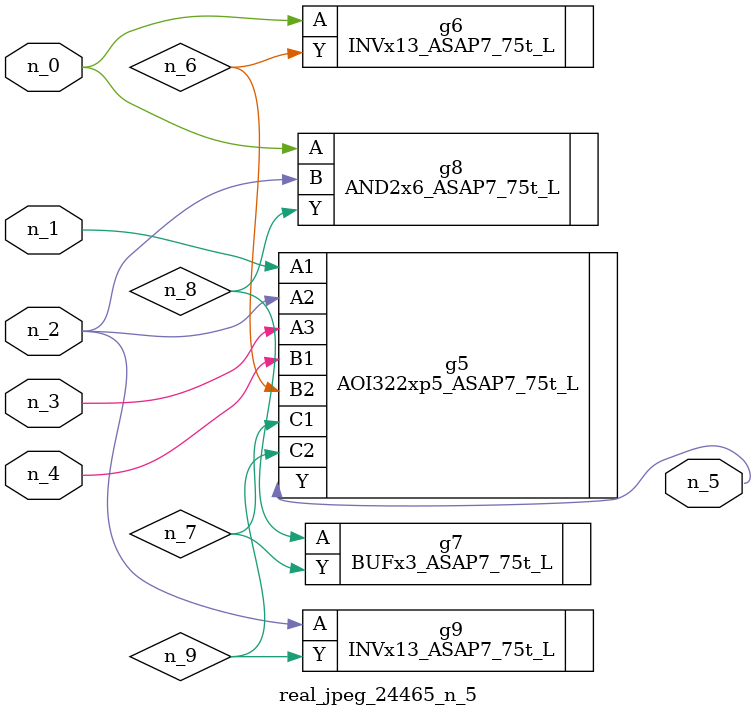
<source format=v>
module real_jpeg_24465_n_5 (n_4, n_0, n_1, n_2, n_3, n_5);

input n_4;
input n_0;
input n_1;
input n_2;
input n_3;

output n_5;

wire n_8;
wire n_6;
wire n_7;
wire n_9;

INVx13_ASAP7_75t_L g6 ( 
.A(n_0),
.Y(n_6)
);

AND2x6_ASAP7_75t_L g8 ( 
.A(n_0),
.B(n_2),
.Y(n_8)
);

AOI322xp5_ASAP7_75t_L g5 ( 
.A1(n_1),
.A2(n_2),
.A3(n_3),
.B1(n_4),
.B2(n_6),
.C1(n_7),
.C2(n_9),
.Y(n_5)
);

INVx13_ASAP7_75t_L g9 ( 
.A(n_2),
.Y(n_9)
);

BUFx3_ASAP7_75t_L g7 ( 
.A(n_8),
.Y(n_7)
);


endmodule
</source>
